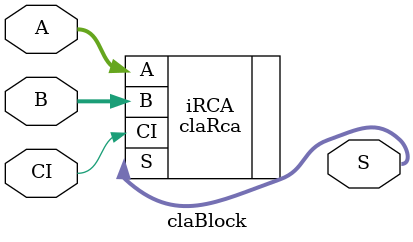
<source format=v>

module claBlock(input wire [3:0] A,
        input wire [3:0] B,
        input wire CI,
        output wire [3:0] S);



    //SUM LOGIC
    //Uses the claRCA (which acts as a 4 bit RCA with no carry out) to find the sum
    claRca iRCA(.A(A), .B(B), .CI(CI), .S(S));


endmodule

</source>
